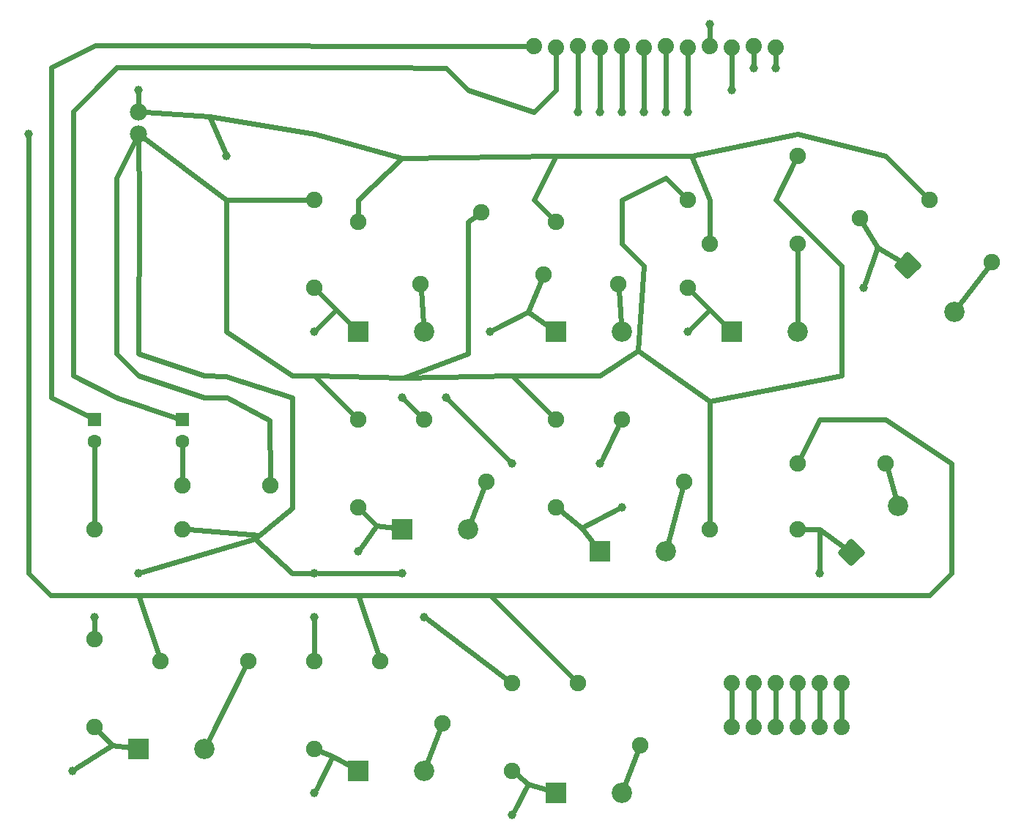
<source format=gtl>
G04 MADE WITH FRITZING*
G04 WWW.FRITZING.ORG*
G04 DOUBLE SIDED*
G04 HOLES PLATED*
G04 CONTOUR ON CENTER OF CONTOUR VECTOR*
%ASAXBY*%
%FSLAX23Y23*%
%MOIN*%
%OFA0B0*%
%SFA1.0B1.0*%
%ADD10C,0.062992*%
%ADD11C,0.074000*%
%ADD12C,0.078000*%
%ADD13C,0.075000*%
%ADD14C,0.092000*%
%ADD15C,0.039370*%
%ADD16R,0.062992X0.062992*%
%ADD17R,0.092000X0.092000*%
%ADD18C,0.024000*%
%ADD19C,0.020000*%
%LNCOPPER1*%
G90*
G70*
G54D10*
X872Y1877D03*
X872Y1778D03*
X472Y1877D03*
X472Y1778D03*
G54D11*
X2472Y3578D03*
X2572Y3570D03*
X2672Y3578D03*
X2772Y3570D03*
X2872Y3578D03*
X2972Y3570D03*
X3072Y3578D03*
X3172Y3570D03*
X3272Y3578D03*
X3372Y3570D03*
X3472Y3578D03*
X3572Y3570D03*
X2472Y3578D03*
X2572Y3570D03*
X2672Y3578D03*
X2772Y3570D03*
X2872Y3578D03*
X2972Y3570D03*
X3072Y3578D03*
X3172Y3570D03*
X3272Y3578D03*
X3372Y3570D03*
X3472Y3578D03*
X3572Y3570D03*
G54D12*
X672Y3278D03*
X672Y3178D03*
G54D13*
X472Y1378D03*
X872Y1378D03*
X872Y1578D03*
X1272Y1578D03*
X1472Y2878D03*
X1472Y2478D03*
G54D14*
X1672Y2278D03*
X1972Y2278D03*
G54D13*
X1672Y2778D03*
X1955Y2495D03*
G54D15*
X2672Y3278D03*
X1472Y2278D03*
G54D13*
X2231Y2820D03*
X2513Y2537D03*
X2572Y2778D03*
X2855Y2495D03*
G54D14*
X2572Y2278D03*
X2872Y2278D03*
G54D15*
X2772Y3278D03*
X2272Y2278D03*
G54D13*
X3172Y2878D03*
X3172Y2478D03*
X3272Y2678D03*
X3672Y2678D03*
G54D14*
X3372Y2278D03*
X3672Y2278D03*
G54D15*
X2872Y3278D03*
X3172Y2278D03*
G54D13*
X3672Y3078D03*
X3955Y2795D03*
G54D14*
X4172Y2578D03*
X4384Y2366D03*
G54D13*
X4272Y2878D03*
X4555Y2595D03*
G54D15*
X2972Y3278D03*
X3972Y2478D03*
G54D13*
X1672Y1878D03*
X1672Y1478D03*
G54D14*
X1872Y1378D03*
X2172Y1378D03*
G54D13*
X1972Y1878D03*
X2255Y1595D03*
G54D15*
X1872Y1978D03*
X1072Y3078D03*
X3072Y3278D03*
X1672Y1278D03*
G54D13*
X2572Y1878D03*
X2572Y1478D03*
X2872Y1878D03*
X3155Y1595D03*
G54D14*
X2772Y1278D03*
X3072Y1278D03*
G54D15*
X2772Y1678D03*
X2372Y1678D03*
X2072Y1978D03*
X3172Y3278D03*
X2872Y1478D03*
G54D13*
X3272Y1378D03*
X3672Y1378D03*
X3672Y1678D03*
X4072Y1678D03*
G54D14*
X3916Y1272D03*
X4128Y1484D03*
G54D15*
X672Y3378D03*
X172Y3178D03*
G54D13*
X472Y878D03*
X472Y478D03*
X772Y778D03*
X1172Y778D03*
G54D15*
X472Y978D03*
X672Y1178D03*
G54D14*
X672Y378D03*
X972Y378D03*
G54D15*
X372Y278D03*
X3372Y3378D03*
X3472Y3478D03*
X3572Y3478D03*
X3772Y1178D03*
X3272Y3678D03*
G54D13*
X1472Y778D03*
X1472Y378D03*
G54D15*
X1472Y978D03*
X1472Y1178D03*
G54D14*
X1672Y278D03*
X1972Y278D03*
G54D13*
X1772Y778D03*
X2055Y495D03*
G54D15*
X1472Y178D03*
G54D13*
X2372Y678D03*
X2372Y278D03*
X2672Y678D03*
X2955Y395D03*
G54D14*
X2572Y178D03*
X2872Y178D03*
G54D15*
X2372Y78D03*
X1972Y978D03*
X1872Y1178D03*
G54D11*
X3372Y478D03*
X3472Y478D03*
X3572Y478D03*
X3672Y478D03*
X3772Y478D03*
X3872Y478D03*
X3372Y478D03*
X3472Y478D03*
X3572Y478D03*
X3672Y478D03*
X3772Y478D03*
X3872Y478D03*
X3372Y678D03*
X3472Y678D03*
X3572Y678D03*
X3672Y678D03*
X3772Y678D03*
X3872Y678D03*
X3372Y678D03*
X3472Y678D03*
X3572Y678D03*
X3672Y678D03*
X3772Y678D03*
X3872Y678D03*
G54D16*
X872Y1877D03*
X472Y1877D03*
G54D17*
X1672Y2278D03*
X2572Y2278D03*
X3372Y2278D03*
X1872Y1378D03*
X2772Y1278D03*
X672Y378D03*
X1672Y278D03*
X2572Y178D03*
G54D18*
X273Y3077D02*
X273Y1977D01*
D02*
X273Y3479D02*
X273Y3077D01*
D02*
X473Y3579D02*
X273Y3479D01*
D02*
X273Y1977D02*
X448Y1889D01*
D02*
X2443Y3578D02*
X473Y3579D01*
D02*
X1772Y3479D02*
X572Y3479D01*
D02*
X473Y3380D02*
X373Y3280D01*
D02*
X2472Y3278D02*
X2172Y3378D01*
D02*
X2172Y3378D02*
X2072Y3478D01*
D02*
X2072Y3478D02*
X1772Y3479D01*
D02*
X2572Y3378D02*
X2472Y3278D01*
D02*
X373Y3280D02*
X373Y3176D01*
D02*
X2572Y3542D02*
X2572Y3378D01*
D02*
X572Y1977D02*
X846Y1885D01*
D02*
X373Y2077D02*
X572Y1977D01*
D02*
X572Y3479D02*
X473Y3380D01*
D02*
X373Y2379D02*
X373Y2077D01*
D02*
X373Y3176D02*
X373Y2379D01*
D02*
X676Y2874D02*
X672Y3148D01*
D02*
X972Y2078D02*
X672Y2178D01*
D02*
X672Y2178D02*
X676Y2874D01*
D02*
X1068Y2074D02*
X972Y2078D01*
D02*
X900Y1376D02*
X1222Y1350D01*
D02*
X1372Y1474D02*
X1372Y1978D01*
D02*
X1200Y1334D02*
X1372Y1474D01*
D02*
X1372Y1978D02*
X1068Y2074D01*
D02*
X472Y1407D02*
X472Y1751D01*
D02*
X872Y1607D02*
X872Y1751D01*
D02*
X972Y1978D02*
X1076Y1978D01*
D02*
X672Y2078D02*
X972Y1978D01*
D02*
X1268Y1874D02*
X1272Y1607D01*
D02*
X1076Y1978D02*
X1268Y1874D01*
D02*
X658Y3151D02*
X572Y2978D01*
D02*
X572Y2978D02*
X572Y2178D01*
D02*
X572Y2178D02*
X672Y2078D01*
D02*
X696Y3160D02*
X1072Y2878D01*
D02*
X1072Y2878D02*
X1443Y2878D01*
D02*
X1572Y2378D02*
X1492Y2458D01*
D02*
X1646Y2304D02*
X1572Y2378D01*
D02*
X1957Y2467D02*
X1969Y2315D01*
D02*
X994Y3256D02*
X1476Y3178D01*
D02*
X702Y3276D02*
X994Y3256D01*
D02*
X1476Y3178D02*
X1872Y3067D01*
D02*
X1872Y3067D02*
X1672Y2878D01*
D02*
X1672Y2878D02*
X1672Y2807D01*
D02*
X2672Y3297D02*
X2672Y3550D01*
D02*
X1572Y2378D02*
X1485Y2292D01*
D02*
X2572Y2278D02*
X2444Y2367D01*
D02*
X2444Y2367D02*
X2503Y2510D01*
D02*
X2857Y2467D02*
X2869Y2315D01*
D02*
X1472Y2078D02*
X1878Y2067D01*
D02*
X1372Y2078D02*
X1472Y2078D01*
D02*
X2172Y2178D02*
X2172Y2778D01*
D02*
X2172Y2778D02*
X2207Y2803D01*
D02*
X1878Y2067D02*
X2172Y2178D01*
D02*
X1072Y2878D02*
X1072Y2278D01*
D02*
X1072Y2278D02*
X1372Y2078D01*
D02*
X2572Y3078D02*
X2472Y2878D01*
D02*
X2472Y2878D02*
X2552Y2798D01*
D02*
X1872Y3067D02*
X2572Y3078D01*
D02*
X2772Y3297D02*
X2772Y3542D01*
D02*
X2444Y2367D02*
X2289Y2287D01*
D02*
X3346Y2304D02*
X3272Y2378D01*
D02*
X3272Y2378D02*
X3192Y2458D01*
D02*
X3672Y2650D02*
X3672Y2315D01*
D02*
X3072Y2978D02*
X3152Y2898D01*
D02*
X2972Y2578D02*
X2872Y2678D01*
D02*
X2872Y2678D02*
X2872Y2878D01*
D02*
X2872Y2878D02*
X3072Y2978D01*
D02*
X2772Y2078D02*
X2944Y2189D01*
D02*
X2372Y2078D02*
X2772Y2078D01*
D02*
X1878Y2067D02*
X2372Y2078D01*
D02*
X2944Y2189D02*
X2972Y2578D01*
D02*
X2772Y3078D02*
X3189Y3078D01*
D02*
X3272Y2878D02*
X3272Y2707D01*
D02*
X2572Y3078D02*
X2772Y3078D01*
D02*
X3189Y3078D02*
X3272Y2878D01*
D02*
X2872Y3297D02*
X2872Y3550D01*
D02*
X3272Y2378D02*
X3185Y2292D01*
D02*
X3272Y1961D02*
X3872Y2078D01*
D02*
X3872Y2578D02*
X3572Y2878D01*
D02*
X3872Y2078D02*
X3872Y2578D01*
D02*
X3572Y2878D02*
X3659Y3053D01*
D02*
X2944Y2189D02*
X3272Y1961D01*
D02*
X4033Y2661D02*
X3969Y2771D01*
D02*
X4140Y2597D02*
X4033Y2661D01*
D02*
X4538Y2572D02*
X4406Y2396D01*
D02*
X3672Y3178D02*
X4072Y3078D01*
D02*
X4072Y3078D02*
X4252Y2898D01*
D02*
X3189Y3078D02*
X3672Y3178D01*
D02*
X2972Y3542D02*
X2972Y3297D01*
D02*
X4033Y2661D02*
X3978Y2496D01*
D02*
X1572Y1978D02*
X1652Y1898D01*
D02*
X1472Y2078D02*
X1572Y1978D01*
D02*
X1692Y1458D02*
X1755Y1395D01*
D02*
X1755Y1395D02*
X1835Y1383D01*
D02*
X2245Y1569D02*
X2185Y1413D01*
D02*
X1885Y1965D02*
X1952Y1898D01*
D02*
X994Y3256D02*
X1064Y3096D01*
D02*
X3072Y3297D02*
X3072Y3550D01*
D02*
X1755Y1395D02*
X1683Y1294D01*
D02*
X2749Y1307D02*
X2689Y1384D01*
D02*
X2689Y1384D02*
X2594Y1460D01*
D02*
X2372Y2078D02*
X2552Y1898D01*
D02*
X3148Y1568D02*
X3081Y1314D01*
D02*
X2859Y1853D02*
X2780Y1695D01*
D02*
X2085Y1965D02*
X2359Y1692D01*
D02*
X3172Y3297D02*
X3172Y3542D01*
D02*
X2689Y1384D02*
X2855Y1469D01*
D02*
X3272Y1961D02*
X3272Y1407D01*
D02*
X3886Y1294D02*
X3772Y1378D01*
D02*
X3772Y1378D02*
X3701Y1378D01*
D02*
X4118Y1520D02*
X4080Y1651D01*
D02*
X172Y1578D02*
X172Y1178D01*
D02*
X1672Y1078D02*
X1872Y1078D01*
D02*
X672Y1078D02*
X1672Y1078D01*
D02*
X2272Y1078D02*
X3672Y1078D01*
D02*
X1872Y1078D02*
X2272Y1078D01*
D02*
X4372Y1178D02*
X4372Y1278D01*
D02*
X372Y1078D02*
X672Y1078D01*
D02*
X272Y1078D02*
X372Y1078D01*
D02*
X172Y1178D02*
X272Y1078D01*
D02*
X4072Y1878D02*
X3772Y1878D01*
D02*
X4372Y1678D02*
X4072Y1878D01*
D02*
X4272Y1078D02*
X4372Y1178D01*
D02*
X3772Y1878D02*
X3685Y1704D01*
D02*
X172Y3159D02*
X172Y1578D01*
D02*
X3672Y1078D02*
X4272Y1078D01*
D02*
X4372Y1278D02*
X4372Y1678D01*
D02*
X672Y3308D02*
X672Y3359D01*
D02*
X672Y1078D02*
X763Y805D01*
D02*
X472Y959D02*
X472Y907D01*
D02*
X1200Y1334D02*
X690Y1184D01*
D02*
X550Y395D02*
X491Y457D01*
D02*
X635Y383D02*
X550Y395D01*
D02*
X1159Y753D02*
X989Y411D01*
D02*
X3772Y1378D02*
X3772Y1197D01*
D02*
X3272Y3659D02*
X3272Y3607D01*
D02*
X550Y395D02*
X388Y289D01*
D02*
X1472Y959D02*
X1472Y807D01*
D02*
X1200Y1334D02*
X1372Y1178D01*
D02*
X1372Y1178D02*
X1453Y1178D01*
D02*
X1555Y345D02*
X1499Y368D01*
D02*
X1640Y297D02*
X1555Y345D01*
D02*
X2045Y469D02*
X1985Y313D01*
D02*
X1555Y345D02*
X1480Y195D01*
D02*
X3372Y3542D02*
X3372Y3397D01*
D02*
X1672Y1078D02*
X1763Y805D01*
D02*
X2272Y1078D02*
X2652Y698D01*
D02*
X2945Y369D02*
X2885Y213D01*
D02*
X2394Y260D02*
X2444Y217D01*
D02*
X2444Y217D02*
X2536Y189D01*
D02*
X1987Y967D02*
X2349Y695D01*
D02*
X1491Y1178D02*
X1853Y1178D01*
D02*
X3472Y3497D02*
X3472Y3550D01*
D02*
X3572Y3497D02*
X3572Y3542D01*
D02*
X3372Y509D02*
X3372Y647D01*
D02*
X3472Y647D02*
X3472Y509D01*
D02*
X3572Y509D02*
X3572Y647D01*
D02*
X3672Y509D02*
X3672Y647D01*
D02*
X3772Y509D02*
X3772Y647D01*
D02*
X3872Y509D02*
X3872Y647D01*
D02*
X2444Y217D02*
X2381Y95D01*
G54D19*
X4223Y2578D02*
X4172Y2527D01*
X4121Y2578D01*
X4172Y2629D01*
X4223Y2578D01*
D02*
X3916Y1323D02*
X3967Y1272D01*
X3916Y1221D01*
X3865Y1272D01*
X3916Y1323D01*
D02*
G04 End of Copper1*
M02*
</source>
